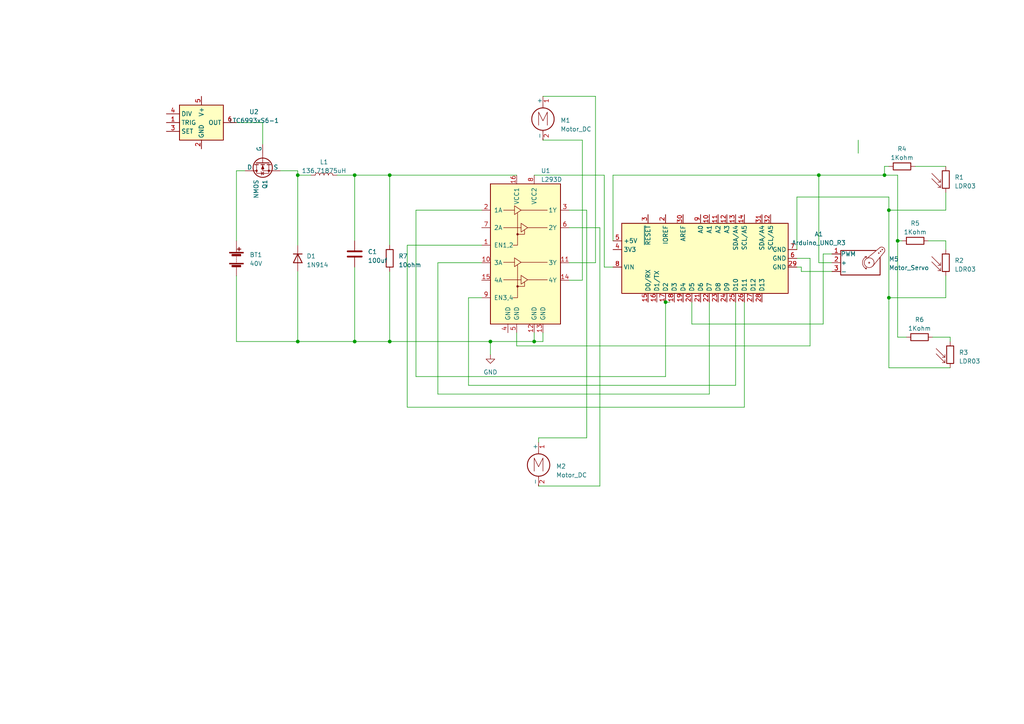
<source format=kicad_sch>
(kicad_sch (version 20230121) (generator eeschema)
  (paper "A4")
  (lib_symbols
    (symbol "Device:Battery" (pin_numbers hide) (pin_names (offset 0) hide)
      (property "Reference" "BT" (at 2.54 2.54 0))
      (property "Value" "Battery" (at 2.54 0 0))
      (symbol "Battery_0_1"
        (rectangle (start -2.032 -1.397) (end 2.032 -1.651) (fill (type outline)))
        (rectangle (start -2.032 1.778) (end 2.032 1.524) (fill (type outline)))
        (rectangle (start -1.3208 -1.9812) (end 1.27 -2.4892) (fill (type outline)))
        (rectangle (start -1.3208 1.1938) (end 1.27 0.6858) (fill (type outline)))
        (polyline (pts (xy 0 -1.524) (xy 0 -1.27)))
        (polyline (pts (xy 0 -1.016) (xy 0 -0.762)))
        (polyline (pts (xy 0 -0.508) (xy 0 -0.254)))
        (polyline (pts (xy 0 0) (xy 0 0.254)))
        (polyline (pts (xy 0 0.508) (xy 0 0.762)))
        (polyline (pts (xy 0 1.778) (xy 0 2.54)))
        (polyline (pts (xy 0.254 2.667) (xy 1.27 2.667)) (stroke (width 0.254)))
        (polyline (pts (xy 0.762 3.175) (xy 0.762 2.159)) (stroke (width 0.254)))
      )
      (symbol "Battery_1_1"
        (pin passive line (at 0 5.08 270) (length 2.54) (name "+") (number "1"))
        (pin passive line (at 0 -5.08 90) (length 2.54) (name "-") (number "2"))
      )
    )
    (symbol "Device:C" (pin_numbers hide) (pin_names (offset 0.254))
      (property "Reference" "C" (at 0.635 2.54 0))
      (property "Value" "C" (at 0.635 -2.54 0))
      (symbol "C_0_1"
        (polyline (pts (xy -2.032 -0.762) (xy 2.032 -0.762)) (stroke (width 0.508)))
        (polyline (pts (xy -2.032 0.762) (xy 2.032 0.762)) (stroke (width 0.508)))
      )
      (symbol "C_1_1"
        (pin passive line (at 0 3.81 270) (length 2.794) (name "~") (number "1"))
        (pin passive line (at 0 -3.81 90) (length 2.794) (name "~") (number "2"))
      )
    )
    (symbol "Device:L" (pin_numbers hide) (pin_names (offset 1.016) hide)
      (property "Reference" "L" (at -1.27 0 90))
      (property "Value" "L" (at 1.905 0 90))
      (symbol "L_0_1"
        (arc (start 0 -2.54) (mid 0.6323 -1.905) (end 0 -1.27))
        (arc (start 0 -1.27) (mid 0.6323 -0.635) (end 0 0))
        (arc (start 0 0) (mid 0.6323 0.635) (end 0 1.27))
        (arc (start 0 1.27) (mid 0.6323 1.905) (end 0 2.54))
      )
      (symbol "L_1_1"
        (pin passive line (at 0 3.81 270) (length 1.27) (name "1") (number "1"))
        (pin passive line (at 0 -3.81 90) (length 1.27) (name "2") (number "2"))
      )
    )
    (symbol "Device:R" (pin_numbers hide) (pin_names (offset 0))
      (property "Reference" "R" (at 2.032 0 90))
      (property "Value" "R" (at 0 0 90))
      (symbol "R_0_1"
        (rectangle (start -1.016 -2.54) (end 1.016 2.54) (stroke (width 0.254)))
      )
      (symbol "R_1_1"
        (pin passive line (at 0 3.81 270) (length 1.27) (name "~") (number "1"))
        (pin passive line (at 0 -3.81 90) (length 1.27) (name "~") (number "2"))
      )
    )
    (symbol "Diode:1N914" (pin_numbers hide) (pin_names hide)
      (property "Reference" "D" (at 0 2.54 0))
      (property "Value" "1N914" (at 0 -2.54 0))
      (symbol "1N914_0_1"
        (polyline (pts (xy -1.27 1.27) (xy -1.27 -1.27)) (stroke (width 0.254)))
        (polyline (pts (xy 1.27 0) (xy -1.27 0)))
        (polyline (pts (xy 1.27 1.27) (xy 1.27 -1.27) (xy -1.27 0) (xy 1.27 1.27)) (stroke (width 0.254)))
      )
      (symbol "1N914_1_1"
        (pin passive line (at -3.81 0 0) (length 2.54) (name "K") (number "1"))
        (pin passive line (at 3.81 0 180) (length 2.54) (name "A") (number "2"))
      )
    )
    (symbol "Driver_Motor:L293D" (pin_names (offset 1.016))
      (property "Reference" "U" (at -5.08 26.035 0))
      (property "Value" "L293D" (at -5.08 24.13 0))
      (symbol "L293D_0_1"
        (rectangle (start -10.16 22.86) (end 10.16 -17.78) (stroke (width 0.254)) (fill (type background)))
        (circle (center -2.286 -6.858) (radius 0.254) (fill (type outline)))
        (circle (center -2.286 8.255) (radius 0.254) (fill (type outline)))
        (polyline (pts (xy -6.35 -4.953) (xy -1.27 -4.953)))
        (polyline (pts (xy -6.35 0.127) (xy -3.175 0.127)))
        (polyline (pts (xy -6.35 10.16) (xy -1.27 10.16)))
        (polyline (pts (xy -6.35 15.24) (xy -3.175 15.24)))
        (polyline (pts (xy -1.27 0.127) (xy 6.35 0.127)))
        (polyline (pts (xy -1.27 15.24) (xy 6.35 15.24)))
        (polyline (pts (xy 0.635 -4.953) (xy 6.35 -4.953)))
        (polyline (pts (xy 0.635 10.16) (xy 6.35 10.16)))
        (polyline (pts (xy -2.286 -6.858) (xy -0.254 -6.858) (xy -0.254 -5.588)))
        (polyline (pts (xy -2.286 -0.635) (xy -2.286 -10.16) (xy -3.556 -10.16)))
        (polyline (pts (xy -2.286 8.255) (xy -0.254 8.255) (xy -0.254 9.525)))
        (polyline (pts (xy -2.286 14.478) (xy -2.286 5.08) (xy -3.556 5.08)))
        (polyline (pts (xy -3.175 1.397) (xy -3.175 -1.143) (xy -1.27 0.127) (xy -3.175 1.397)))
        (polyline (pts (xy -3.175 16.51) (xy -3.175 13.97) (xy -1.27 15.24) (xy -3.175 16.51)))
        (polyline (pts (xy -1.27 -3.683) (xy -1.27 -6.223) (xy 0.635 -4.953) (xy -1.27 -3.683)))
        (polyline (pts (xy -1.27 11.43) (xy -1.27 8.89) (xy 0.635 10.16) (xy -1.27 11.43)))
      )
      (symbol "L293D_1_1"
        (pin input line (at -12.7 5.08 0) (length 2.54) (name "EN1,2") (number "1"))
        (pin input line (at -12.7 0 0) (length 2.54) (name "3A") (number "10"))
        (pin output line (at 12.7 0 180) (length 2.54) (name "3Y") (number "11"))
        (pin power_in line (at 2.54 -20.32 90) (length 2.54) (name "GND") (number "12"))
        (pin power_in line (at 5.08 -20.32 90) (length 2.54) (name "GND") (number "13"))
        (pin output line (at 12.7 -5.08 180) (length 2.54) (name "4Y") (number "14"))
        (pin input line (at -12.7 -5.08 0) (length 2.54) (name "4A") (number "15"))
        (pin power_in line (at -2.54 25.4 270) (length 2.54) (name "VCC1") (number "16"))
        (pin input line (at -12.7 15.24 0) (length 2.54) (name "1A") (number "2"))
        (pin output line (at 12.7 15.24 180) (length 2.54) (name "1Y") (number "3"))
        (pin power_in line (at -5.08 -20.32 90) (length 2.54) (name "GND") (number "4"))
        (pin power_in line (at -2.54 -20.32 90) (length 2.54) (name "GND") (number "5"))
        (pin output line (at 12.7 10.16 180) (length 2.54) (name "2Y") (number "6"))
        (pin input line (at -12.7 10.16 0) (length 2.54) (name "2A") (number "7"))
        (pin power_in line (at 2.54 25.4 270) (length 2.54) (name "VCC2") (number "8"))
        (pin input line (at -12.7 -10.16 0) (length 2.54) (name "EN3,4") (number "9"))
      )
    )
    (symbol "MCU_Module:Arduino_UNO_R3"
      (property "Reference" "A" (at -10.16 23.495 0))
      (property "Value" "Arduino_UNO_R3" (at 5.08 -26.67 0))
      (symbol "Arduino_UNO_R3_0_1"
        (rectangle (start -10.16 22.86) (end 10.16 -25.4) (stroke (width 0.254)) (fill (type background)))
      )
      (symbol "Arduino_UNO_R3_1_1"
        (pin no_connect line (at -10.16 -20.32 0) (length 2.54) hide (name "NC") (number "1"))
        (pin bidirectional line (at 12.7 -2.54 180) (length 2.54) (name "A1") (number "10"))
        (pin bidirectional line (at 12.7 -5.08 180) (length 2.54) (name "A2") (number "11"))
        (pin bidirectional line (at 12.7 -7.62 180) (length 2.54) (name "A3") (number "12"))
        (pin bidirectional line (at 12.7 -10.16 180) (length 2.54) (name "SDA/A4") (number "13"))
        (pin bidirectional line (at 12.7 -12.7 180) (length 2.54) (name "SCL/A5") (number "14"))
        (pin bidirectional line (at -12.7 15.24 0) (length 2.54) (name "D0/RX") (number "15"))
        (pin bidirectional line (at -12.7 12.7 0) (length 2.54) (name "D1/TX") (number "16"))
        (pin bidirectional line (at -12.7 10.16 0) (length 2.54) (name "D2") (number "17"))
        (pin bidirectional line (at -12.7 7.62 0) (length 2.54) (name "D3") (number "18"))
        (pin bidirectional line (at -12.7 5.08 0) (length 2.54) (name "D4") (number "19"))
        (pin output line (at 12.7 10.16 180) (length 2.54) (name "IOREF") (number "2"))
        (pin bidirectional line (at -12.7 2.54 0) (length 2.54) (name "D5") (number "20"))
        (pin bidirectional line (at -12.7 0 0) (length 2.54) (name "D6") (number "21"))
        (pin bidirectional line (at -12.7 -2.54 0) (length 2.54) (name "D7") (number "22"))
        (pin bidirectional line (at -12.7 -5.08 0) (length 2.54) (name "D8") (number "23"))
        (pin bidirectional line (at -12.7 -7.62 0) (length 2.54) (name "D9") (number "24"))
        (pin bidirectional line (at -12.7 -10.16 0) (length 2.54) (name "D10") (number "25"))
        (pin bidirectional line (at -12.7 -12.7 0) (length 2.54) (name "D11") (number "26"))
        (pin bidirectional line (at -12.7 -15.24 0) (length 2.54) (name "D12") (number "27"))
        (pin bidirectional line (at -12.7 -17.78 0) (length 2.54) (name "D13") (number "28"))
        (pin power_in line (at -2.54 -27.94 90) (length 2.54) (name "GND") (number "29"))
        (pin input line (at 12.7 15.24 180) (length 2.54) (name "~{RESET}") (number "3"))
        (pin input line (at 12.7 5.08 180) (length 2.54) (name "AREF") (number "30"))
        (pin bidirectional line (at 12.7 -17.78 180) (length 2.54) (name "SDA/A4") (number "31"))
        (pin bidirectional line (at 12.7 -20.32 180) (length 2.54) (name "SCL/A5") (number "32"))
        (pin power_out line (at 2.54 25.4 270) (length 2.54) (name "3V3") (number "4"))
        (pin power_out line (at 5.08 25.4 270) (length 2.54) (name "+5V") (number "5"))
        (pin power_in line (at 0 -27.94 90) (length 2.54) (name "GND") (number "6"))
        (pin power_in line (at 2.54 -27.94 90) (length 2.54) (name "GND") (number "7"))
        (pin power_in line (at -2.54 25.4 270) (length 2.54) (name "VIN") (number "8"))
        (pin bidirectional line (at 12.7 0 180) (length 2.54) (name "A0") (number "9"))
      )
    )
    (symbol "Motor:Motor_DC" (pin_names (offset 0))
      (property "Reference" "M" (at 2.54 2.54 0))
      (property "Value" "Motor_DC" (at 2.54 -5.08 0))
      (symbol "Motor_DC_0_0"
        (polyline (pts (xy -1.27 -3.302) (xy -1.27 0.508) (xy 0 -2.032) (xy 1.27 0.508) (xy 1.27 -3.302)))
      )
      (symbol "Motor_DC_0_1"
        (circle (center 0 -1.524) (radius 3.2512) (stroke (width 0.254)))
        (polyline (pts (xy 0 -7.62) (xy 0 -7.112)))
        (polyline (pts (xy 0 -4.7752) (xy 0 -5.1816)))
        (polyline (pts (xy 0 1.7272) (xy 0 2.0828)))
        (polyline (pts (xy 0 2.032) (xy 0 2.54)))
      )
      (symbol "Motor_DC_1_1"
        (pin passive line (at 0 5.08 270) (length 2.54) (name "+") (number "1"))
        (pin passive line (at 0 -7.62 90) (length 2.54) (name "-") (number "2"))
      )
    )
    (symbol "Motor:Motor_Servo" (pin_names (offset 0.0254))
      (property "Reference" "M" (at -5.08 4.445 0))
      (property "Value" "Motor_Servo" (at -5.08 -4.064 0))
      (symbol "Motor_Servo_0_1"
        (polyline (pts (xy 2.413 -1.778) (xy 2.032 -1.778)))
        (polyline (pts (xy 2.413 -1.778) (xy 2.286 -1.397)))
        (polyline (pts (xy 2.413 1.778) (xy 1.905 1.778)))
        (polyline (pts (xy 2.413 1.778) (xy 2.286 1.397)))
        (polyline (pts (xy 6.35 4.445) (xy 2.54 1.27)))
        (polyline (pts (xy 7.62 3.175) (xy 4.191 -1.016)))
        (polyline (pts (xy 5.08 3.556) (xy -5.08 3.556) (xy -5.08 -3.556) (xy 6.35 -3.556) (xy 6.35 1.524)) (stroke (width 0.254)))
        (arc (start 2.413 1.778) (mid 1.2406 0) (end 2.413 -1.778))
        (circle (center 3.175 0) (radius 0.1778))
        (circle (center 3.175 0) (radius 1.4224))
        (circle (center 5.969 2.794) (radius 0.127))
        (circle (center 6.477 3.302) (radius 0.127))
        (circle (center 6.985 3.81) (radius 0.127))
        (arc (start 7.62 3.175) (mid 7.4485 4.2735) (end 6.35 4.445))
      )
      (symbol "Motor_Servo_1_1"
        (pin passive line (at -7.62 2.54 0) (length 2.54) (name "PWM") (number "1"))
        (pin passive line (at -7.62 0 0) (length 2.54) (name "+") (number "2"))
        (pin passive line (at -7.62 -2.54 0) (length 2.54) (name "-") (number "3"))
      )
    )
    (symbol "Sensor_Optical:LDR03" (pin_numbers hide) (pin_names (offset 0))
      (property "Reference" "R" (at -5.08 0 90))
      (property "Value" "LDR03" (at 1.905 0 90))
      (symbol "LDR03_0_1"
        (rectangle (start -1.016 2.54) (end 1.016 -2.54) (stroke (width 0.254)))
        (polyline (pts (xy -1.524 -2.286) (xy -4.064 0.254)))
        (polyline (pts (xy -1.524 -2.286) (xy -2.286 -2.286)))
        (polyline (pts (xy -1.524 -2.286) (xy -1.524 -1.524)))
        (polyline (pts (xy -1.524 -0.762) (xy -4.064 1.778)))
        (polyline (pts (xy -1.524 -0.762) (xy -2.286 -0.762)))
        (polyline (pts (xy -1.524 -0.762) (xy -1.524 0)))
      )
      (symbol "LDR03_1_1"
        (pin passive line (at 0 3.81 270) (length 1.27) (name "~") (number "1"))
        (pin passive line (at 0 -3.81 90) (length 1.27) (name "~") (number "2"))
      )
    )
    (symbol "Simulation_SPICE:NMOS" (pin_numbers hide) (pin_names (offset 0))
      (property "Reference" "Q" (at 5.08 1.27 0))
      (property "Value" "NMOS" (at 5.08 -1.27 0))
      (symbol "NMOS_0_1"
        (polyline (pts (xy 0.254 0) (xy -2.54 0)))
        (polyline (pts (xy 0.254 1.905) (xy 0.254 -1.905)) (stroke (width 0.254)))
        (polyline (pts (xy 0.762 -1.27) (xy 0.762 -2.286)) (stroke (width 0.254)))
        (polyline (pts (xy 0.762 0.508) (xy 0.762 -0.508)) (stroke (width 0.254)))
        (polyline (pts (xy 0.762 2.286) (xy 0.762 1.27)) (stroke (width 0.254)))
        (polyline (pts (xy 2.54 2.54) (xy 2.54 1.778)))
        (polyline (pts (xy 2.54 -2.54) (xy 2.54 0) (xy 0.762 0)))
        (polyline (pts (xy 0.762 -1.778) (xy 3.302 -1.778) (xy 3.302 1.778) (xy 0.762 1.778)))
        (polyline (pts (xy 1.016 0) (xy 2.032 0.381) (xy 2.032 -0.381) (xy 1.016 0)) (fill (type outline)))
        (polyline (pts (xy 2.794 0.508) (xy 2.921 0.381) (xy 3.683 0.381) (xy 3.81 0.254)))
        (polyline (pts (xy 3.302 0.381) (xy 2.921 -0.254) (xy 3.683 -0.254) (xy 3.302 0.381)))
        (circle (center 1.651 0) (radius 2.794) (stroke (width 0.254)))
        (circle (center 2.54 -1.778) (radius 0.254) (fill (type outline)))
        (circle (center 2.54 1.778) (radius 0.254) (fill (type outline)))
      )
      (symbol "NMOS_1_1"
        (pin passive line (at 2.54 5.08 270) (length 2.54) (name "D") (number "1"))
        (pin input line (at -5.08 0 0) (length 2.54) (name "G") (number "2"))
        (pin passive line (at 2.54 -5.08 90) (length 2.54) (name "S") (number "3"))
      )
    )
    (symbol "Timer:LTC6993xS6-1"
      (property "Reference" "U" (at -5.08 6.35 0))
      (property "Value" "LTC6993xS6-1" (at 7.62 6.35 0))
      (symbol "LTC6993xS6-1_0_1"
        (rectangle (start -6.35 5.08) (end 6.35 -5.08) (stroke (width 0.254)) (fill (type background)))
      )
      (symbol "LTC6993xS6-1_1_1"
        (pin input line (at -10.16 0 0) (length 3.81) (name "TRIG") (number "1"))
        (pin power_in line (at 0 -7.62 90) (length 2.54) (name "GND") (number "2"))
        (pin passive line (at -10.16 -2.54 0) (length 3.81) (name "SET") (number "3"))
        (pin input line (at -10.16 2.54 0) (length 3.81) (name "DIV") (number "4"))
        (pin power_in line (at 0 7.62 270) (length 2.54) (name "V+") (number "5"))
        (pin output line (at 10.16 0 180) (length 3.81) (name "OUT") (number "6"))
      )
    )
    (symbol "power:GND" (power) (pin_names (offset 0))
      (property "Value" "GND" (at 0 -3.81 0))
      (symbol "GND_0_1"
        (polyline (pts (xy 0 0) (xy 0 -1.27) (xy 1.27 -1.27) (xy 0 -2.54) (xy -1.27 -1.27) (xy 0 -1.27)))
      )
      (symbol "GND_1_1"
        (pin power_in line (at 0 0 270) (length 0) hide (name "GND") (number "1"))
      )
    )
  )
  (junction (at 102.87 99.06))
  (junction (at 154.94 99.06))
  (junction (at 113.03 50.8))
  (junction (at 142.24 99.06))
  (junction (at 193.04 87.63))
  (junction (at 257.81 60.96))
  (junction (at 86.36 99.06))
  (junction (at 86.36 50.8))
  (junction (at 102.87 50.8))
  (junction (at 256.54 50.8))
  (junction (at 257.81 86.36))
  (junction (at 113.03 99.06))
  (junction (at 237.49 50.8))
  (junction (at 260.35 69.85))
  (wire (pts (xy 194.31 87.63) (xy 193.04 87.63)))
  (wire (pts (xy 102.87 99.06) (xy 113.03 99.06)))
  (wire (pts (xy 68.58 80.01) (xy 68.58 99.06)))
  (wire (pts (xy 81.28 49.53) (xy 86.36 49.53)))
  (wire (pts (xy 231.14 57.15) (xy 257.81 57.15)))
  (wire (pts (xy 127 114.3) (xy 205.74 114.3)))
  (wire (pts (xy 142.24 99.06) (xy 142.24 102.87)))
  (wire (pts (xy 76.2 35.56) (xy 76.2 41.91)))
  (wire (pts (xy 257.81 106.68) (xy 275.59 106.68)))
  (wire (pts (xy 260.35 50.8) (xy 260.35 69.85)))
  (wire (pts (xy 168.91 40.64) (xy 168.91 81.28)))
  (wire (pts (xy 97.79 50.8) (xy 102.87 50.8)))
  (wire (pts (xy 274.32 55.88) (xy 274.32 60.96)))
  (wire (pts (xy 215.9 87.63) (xy 215.9 118.11)))
  (wire (pts (xy 173.99 140.97) (xy 156.21 140.97)))
  (wire (pts (xy 127 76.2) (xy 127 114.3)))
  (wire (pts (xy 231.14 77.47) (xy 232.41 77.47)))
  (wire (pts (xy 142.24 99.06) (xy 154.94 99.06)))
  (wire (pts (xy 156.21 127) (xy 156.21 128.27)))
  (wire (pts (xy 68.58 49.53) (xy 71.12 49.53)))
  (wire (pts (xy 154.94 50.8) (xy 175.26 50.8)))
  (wire (pts (xy 256.54 48.26) (xy 256.54 50.8)))
  (wire (pts (xy 205.74 114.3) (xy 205.74 87.63)))
  (wire (pts (xy 260.35 69.85) (xy 260.35 97.79)))
  (wire (pts (xy 274.32 86.36) (xy 257.81 86.36)))
  (wire (pts (xy 274.32 80.01) (xy 274.32 86.36)))
  (wire (pts (xy 175.26 50.8) (xy 175.26 77.47)))
  (wire (pts (xy 261.62 69.85) (xy 260.35 69.85)))
  (wire (pts (xy 102.87 50.8) (xy 113.03 50.8)))
  (wire (pts (xy 257.81 57.15) (xy 257.81 60.96)))
  (wire (pts (xy 248.92 44.45) (xy 248.92 40.64)))
  (wire (pts (xy 149.86 50.8) (xy 113.03 50.8)))
  (wire (pts (xy 118.11 71.12) (xy 118.11 118.11)))
  (wire (pts (xy 102.87 50.8) (xy 102.87 69.85)))
  (wire (pts (xy 165.1 81.28) (xy 168.91 81.28)))
  (wire (pts (xy 86.36 99.06) (xy 102.87 99.06)))
  (wire (pts (xy 113.03 78.74) (xy 113.03 99.06)))
  (wire (pts (xy 68.58 99.06) (xy 86.36 99.06)))
  (wire (pts (xy 257.81 60.96) (xy 257.81 86.36)))
  (wire (pts (xy 120.65 109.22) (xy 193.04 109.22)))
  (wire (pts (xy 68.58 69.85) (xy 68.58 49.53)))
  (wire (pts (xy 170.18 60.96) (xy 170.18 127)))
  (wire (pts (xy 139.7 86.36) (xy 135.89 86.36)))
  (wire (pts (xy 260.35 97.79) (xy 262.89 97.79)))
  (wire (pts (xy 232.41 78.74) (xy 232.41 77.47)))
  (wire (pts (xy 118.11 118.11) (xy 215.9 118.11)))
  (wire (pts (xy 173.99 66.04) (xy 173.99 140.97)))
  (wire (pts (xy 102.87 77.47) (xy 102.87 99.06)))
  (wire (pts (xy 165.1 66.04) (xy 173.99 66.04)))
  (wire (pts (xy 256.54 50.8) (xy 260.35 50.8)))
  (wire (pts (xy 257.81 86.36) (xy 257.81 106.68)))
  (wire (pts (xy 274.32 60.96) (xy 257.81 60.96)))
  (wire (pts (xy 175.26 77.47) (xy 177.8 77.47)))
  (wire (pts (xy 135.89 86.36) (xy 135.89 111.76)))
  (wire (pts (xy 165.1 76.2) (xy 172.72 76.2)))
  (wire (pts (xy 113.03 50.8) (xy 113.03 71.12)))
  (wire (pts (xy 172.72 27.94) (xy 172.72 76.2)))
  (wire (pts (xy 86.36 49.53) (xy 86.36 50.8)))
  (wire (pts (xy 76.2 35.56) (xy 68.58 35.56)))
  (wire (pts (xy 269.24 69.85) (xy 274.32 69.85)))
  (wire (pts (xy 120.65 60.96) (xy 120.65 109.22)))
  (wire (pts (xy 165.1 60.96) (xy 170.18 60.96)))
  (wire (pts (xy 113.03 99.06) (xy 142.24 99.06)))
  (wire (pts (xy 237.49 50.8) (xy 256.54 50.8)))
  (wire (pts (xy 177.8 50.8) (xy 237.49 50.8)))
  (wire (pts (xy 237.49 50.8) (xy 237.49 76.2)))
  (wire (pts (xy 234.95 74.93) (xy 231.14 74.93)))
  (wire (pts (xy 193.04 87.63) (xy 193.04 109.22)))
  (wire (pts (xy 238.76 73.66) (xy 238.76 93.98)))
  (wire (pts (xy 231.14 72.39) (xy 231.14 57.15)))
  (wire (pts (xy 238.76 73.66) (xy 241.3 73.66)))
  (wire (pts (xy 274.32 69.85) (xy 274.32 72.39)))
  (wire (pts (xy 170.18 127) (xy 156.21 127)))
  (wire (pts (xy 168.91 40.64) (xy 157.48 40.64)))
  (wire (pts (xy 275.59 99.06) (xy 275.59 97.79)))
  (wire (pts (xy 154.94 99.06) (xy 154.94 96.52)))
  (wire (pts (xy 149.86 100.33) (xy 234.95 100.33)))
  (wire (pts (xy 257.81 48.26) (xy 256.54 48.26)))
  (wire (pts (xy 200.66 93.98) (xy 238.76 93.98)))
  (wire (pts (xy 241.3 78.74) (xy 232.41 78.74)))
  (wire (pts (xy 270.51 97.79) (xy 275.59 97.79)))
  (wire (pts (xy 200.66 93.98) (xy 200.66 87.63)))
  (wire (pts (xy 135.89 111.76) (xy 213.36 111.76)))
  (wire (pts (xy 154.94 99.06) (xy 157.48 99.06)))
  (wire (pts (xy 149.86 96.52) (xy 149.86 100.33)))
  (wire (pts (xy 86.36 50.8) (xy 86.36 71.12)))
  (wire (pts (xy 265.43 48.26) (xy 274.32 48.26)))
  (wire (pts (xy 213.36 111.76) (xy 213.36 87.63)))
  (wire (pts (xy 86.36 78.74) (xy 86.36 99.06)))
  (wire (pts (xy 241.3 76.2) (xy 237.49 76.2)))
  (wire (pts (xy 86.36 50.8) (xy 90.17 50.8)))
  (wire (pts (xy 177.8 69.85) (xy 177.8 50.8)))
  (wire (pts (xy 139.7 76.2) (xy 127 76.2)))
  (wire (pts (xy 172.72 27.94) (xy 157.48 27.94)))
  (wire (pts (xy 234.95 100.33) (xy 234.95 74.93)))
  (wire (pts (xy 157.48 96.52) (xy 157.48 99.06)))
  (wire (pts (xy 139.7 71.12) (xy 118.11 71.12)))
  (wire (pts (xy 139.7 60.96) (xy 120.65 60.96)))
  (symbol (lib_id "Timer:LTC6993xS6-1") (at 58.42 35.56 0) (unit 1)
    (property "Reference" "U2" (at 73.66 32.4359 0))
    (property "Value" "LTC6993xS6-1" (at 73.66 34.9759 0))
    (property "Footprint" "Package_TO_SOT_SMD:TSOT-23-6" (effects hide))
    (property "Datasheet" "https://www.analog.com/media/en/technical-documentation/data-sheets/69931234fc.pdf" (effects hide))
  )
  (symbol (lib_id "Device:Battery") (at 68.58 74.93 0) (unit 1)
    (property "Reference" "BT1" (at 72.39 73.914 0) (effects (justify left)))
    (property "Value" "40V" (at 72.39 76.454 0) (effects (justify left)))
    (property "Footprint" "Battery:BatteryHolder_Eagle_12BH611-GR" (effects hide))
  )
  (symbol (lib_id "Device:R") (at 266.7 97.79 90) (unit 1)
    (property "Reference" "R6" (at 266.7 92.71 90))
    (property "Value" "1Kohm" (at 266.7 95.25 90))
    (property "Footprint" "Resistor_SMD:R_0402_1005Metric" (effects hide))
  )
  (symbol (lib_id "Device:C") (at 102.87 73.66 0) (unit 1)
    (property "Reference" "C1" (at 106.68 73.025 0) (effects (justify left)))
    (property "Value" "100uf" (at 106.68 75.565 0) (effects (justify left)))
    (property "Footprint" "Capacitor_SMD:CP_Elec_3x5.4" (effects hide))
  )
  (symbol (lib_id "Device:R") (at 261.62 48.26 90) (unit 1)
    (property "Reference" "R4" (at 261.62 43.18 90))
    (property "Value" "1Kohm" (at 261.62 45.72 90))
    (property "Footprint" "Resistor_SMD:R_0402_1005Metric" (effects hide))
  )
  (symbol (lib_id "Device:R") (at 265.43 69.85 90) (unit 1)
    (property "Reference" "R5" (at 265.43 64.77 90))
    (property "Value" "1Kohm" (at 265.43 67.31 90))
    (property "Footprint" "Resistor_SMD:R_0402_1005Metric" (effects hide))
  )
  (symbol (lib_id "Diode:1N914") (at 86.36 74.93 270) (unit 1)
    (property "Reference" "D1" (at 88.9 74.295 90) (effects (justify left)))
    (property "Value" "1N914" (at 88.9 76.835 90) (effects (justify left)))
    (property "Footprint" "Diode_THT:D_DO-35_SOD27_P7.62mm_Horizontal" (effects hide))
    (property "Datasheet" "http://www.vishay.com/docs/85622/1n914.pdf" (effects hide))
    (property "Sim.Device" "D" (effects hide))
    (property "Sim.Pins" "1=K 2=A" (effects hide))
  )
  (symbol (lib_id "power:GND") (at 142.24 102.87 0) (unit 1)
    (property "Reference" "#PWR01" (effects hide))
    (property "Value" "GND" (at 142.24 107.95 0))
  )
  (symbol (lib_id "Sensor_Optical:LDR03") (at 274.32 52.07 0) (unit 1)
    (property "Reference" "R1" (at 276.86 51.435 0) (effects (justify left)))
    (property "Value" "LDR03" (at 276.86 53.975 0) (effects (justify left)))
    (property "Footprint" "OptoDevice:R_LDR_10x8.5mm_P7.6mm_Vertical" (effects hide))
    (property "Datasheet" "http://www.elektronica-componenten.nl/WebRoot/StoreNL/Shops/61422969/54F1/BA0C/C664/31B9/2173/C0A8/2AB9/2AEF/LDR03IMP.pdf" (effects hide))
  )
  (symbol (lib_id "Motor:Motor_DC") (at 156.21 133.35 0) (unit 1)
    (property "Reference" "M2" (at 161.29 135.255 0) (effects (justify left)))
    (property "Value" "Motor_DC" (at 161.29 137.795 0) (effects (justify left)))
    (property "Footprint" "Motors:Vybronics_VZ30C1T8219732L" (effects hide))
  )
  (symbol (lib_id "Simulation_SPICE:NMOS") (at 76.2 46.99 90) (mirror x) (unit 1)
    (property "Reference" "Q1" (at 76.835 52.07 0) (effects (justify left)))
    (property "Value" "NMOS" (at 74.295 52.07 0) (effects (justify left)))
    (property "Footprint" "Package_TO_SOT_THT:TO-220-3_Vertical" (effects hide))
    (property "Datasheet" "https://ngspice.sourceforge.io/docs/ngspice-manual.pdf" (effects hide))
    (property "Sim.Device" "NMOS" (effects hide))
    (property "Sim.Type" "VDMOS" (effects hide))
    (property "Sim.Pins" "1=D 2=G 3=S" (effects hide))
  )
  (symbol (lib_id "MCU_Module:Arduino_UNO_R3") (at 203.2 74.93 90) (unit 1)
    (property "Reference" "A1" (at 237.49 67.8941 90))
    (property "Value" "Arduino_UNO_R3" (at 237.49 70.4341 90))
    (property "Footprint" "Module:Arduino_UNO_R3" (effects hide))
    (property "Datasheet" "https://www.arduino.cc/en/Main/arduinoBoardUno" (effects hide))
  )
  (symbol (lib_id "Sensor_Optical:LDR03") (at 275.59 102.87 0) (unit 1)
    (property "Reference" "R3" (at 278.13 102.235 0) (effects (justify left)))
    (property "Value" "LDR03" (at 278.13 104.775 0) (effects (justify left)))
    (property "Footprint" "OptoDevice:R_LDR_10x8.5mm_P7.6mm_Vertical" (effects hide))
    (property "Datasheet" "http://www.elektronica-componenten.nl/WebRoot/StoreNL/Shops/61422969/54F1/BA0C/C664/31B9/2173/C0A8/2AB9/2AEF/LDR03IMP.pdf" (effects hide))
  )
  (symbol (lib_id "Motor:Motor_Servo") (at 248.92 76.2 0) (unit 1)
    (property "Reference" "M5" (at 257.81 75.1316 0) (effects (justify left)))
    (property "Value" "Motor_Servo" (at 257.81 77.6716 0) (effects (justify left)))
    (property "Footprint" "Motors:Vybronics_VZ30C1T8219732L" (effects hide))
    (property "Datasheet" "http://forums.parallax.com/uploads/attachments/46831/74481.png" (effects hide))
  )
  (symbol (lib_id "Motor:Motor_DC") (at 157.48 33.02 0) (unit 1)
    (property "Reference" "M1" (at 162.56 34.925 0) (effects (justify left)))
    (property "Value" "Motor_DC" (at 162.56 37.465 0) (effects (justify left)))
    (property "Footprint" "Motors:Vybronics_VZ30C1T8219732L" (effects hide))
  )
  (symbol (lib_id "Device:R") (at 113.03 74.93 0) (unit 1)
    (property "Reference" "R7" (at 115.57 74.295 0) (effects (justify left)))
    (property "Value" "10ohm" (at 115.57 76.835 0) (effects (justify left)))
    (property "Footprint" "Resistor_SMD:R_0402_1005Metric" (effects hide))
  )
  (symbol (lib_id "Driver_Motor:L293D") (at 152.4 76.2 0) (unit 1)
    (property "Reference" "U1" (at 156.8959 49.53 0) (effects (justify left)))
    (property "Value" "L293D" (at 156.8959 52.07 0) (effects (justify left)))
    (property "Footprint" "Package_DIP:DIP-16_W7.62mm" (effects hide))
    (property "Datasheet" "http://www.ti.com/lit/ds/symlink/l293.pdf" (effects hide))
  )
  (symbol (lib_id "Device:L") (at 93.98 50.8 90) (unit 1)
    (property "Reference" "L1" (at 93.98 46.99 90))
    (property "Value" "136.71875uH" (at 93.98 49.53 90))
    (property "Footprint" "Inductor_SMD:L_Wuerth_HCI-2212" (effects hide))
  )
  (symbol (lib_id "Sensor_Optical:LDR03") (at 274.32 76.2 0) (unit 1)
    (property "Reference" "R2" (at 276.86 75.565 0) (effects (justify left)))
    (property "Value" "LDR03" (at 276.86 78.105 0) (effects (justify left)))
    (property "Footprint" "OptoDevice:R_LDR_10x8.5mm_P7.6mm_Vertical" (effects hide))
    (property "Datasheet" "http://www.elektronica-componenten.nl/WebRoot/StoreNL/Shops/61422969/54F1/BA0C/C664/31B9/2173/C0A8/2AB9/2AEF/LDR03IMP.pdf" (effects hide))
  )
)
</source>
